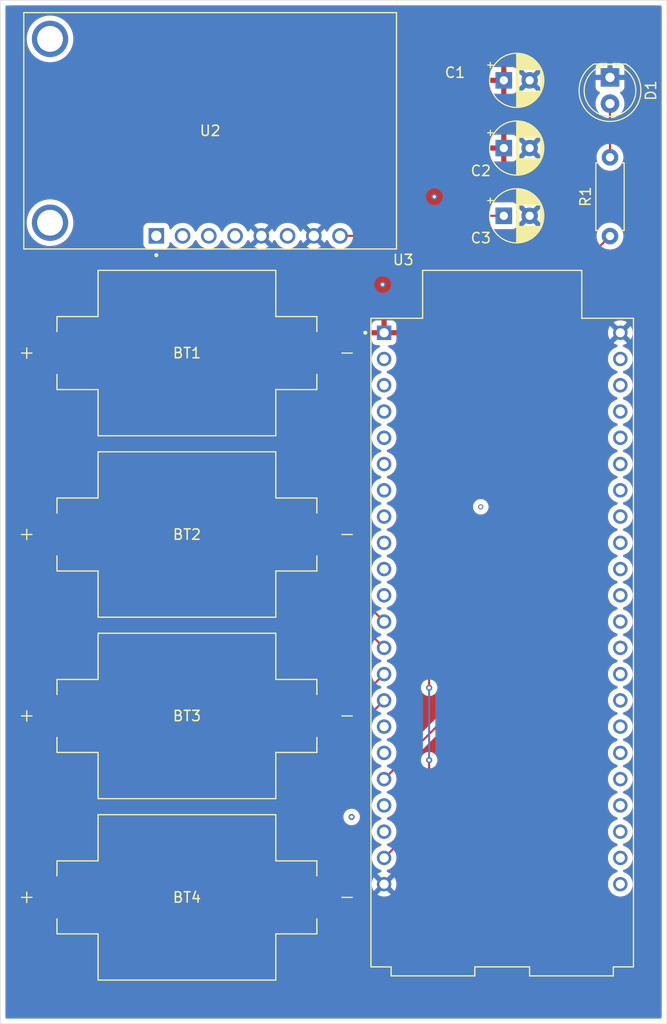
<source format=kicad_pcb>
(kicad_pcb (version 20240108) (generator "pcbnew") (generator_version "8.0")
  (layers (0 "F.Cu" signal) (31 "B.Cu" signal) (34 "B.Paste" user) (35 "F.Paste" user) (36 "B.SilkS" user "B.Silkscreen") (37 "F.SilkS" user "F.Silkscreen") (38 "B.Mask" user) (39 "F.Mask" user) (44 "Edge.Cuts" user))
  (net 0 "")
  (net 1 "/Button 1")
  (net 2 "/3v3")
  (net 3 "/Button 2")
  (net 4 "/Button 3")
  (net 5 "/Button 4")
  (net 6 "GND")
  (net 7 "Net-(U2-5V)")
  (net 8 "Net-(D1-A)")
  (net 9 "/LED")
  (footprint "footprint:BAT_504" (layer "F.Cu") (at 126.5635 105.227)
    (property "Reference" "BT3" (at 0 0 0) (layer "F.SilkS"))
    (property "Value" "504")
    (pad "N" smd rect (at 12.93 0) (size 2.82 3.51) (layers "F.Cu" "F.Paste" "F.Mask") (net 4 "/Button 3"))
    (pad "P" smd rect (at -12.93 0) (size 2.82 3.51) (layers "F.Cu" "F.Paste" "F.Mask") (net 2 "/3v3"))
  )
  (footprint "Capacitor_THT:CP_Radial_D5.0mm_P2.50mm" (layer "F.Cu") (at 157.224775 56.847)
    (property "Reference" "C3" (at -2.224775 2.153 0) (layer "F.SilkS"))
    (property "Value" "100nF")
    (pad "1" thru_hole rect (at 0 0) (size 1.6 1.6) (drill 0.8) (layers "*.Cu" "*.Mask") (net 7 "Net-(U2-5V)"))
    (pad "2" thru_hole circle (at 2.5 0) (size 1.6 1.6) (drill 0.8) (layers "*.Cu" "*.Mask") (net 6 "GND"))
  )
  (footprint "Capacitor_THT:CP_Radial_D5.0mm_P2.50mm" (layer "F.Cu") (at 157.224775 43.747)
    (property "Reference" "C1" (at -4.724775 -0.747 0) (layer "F.SilkS"))
    (property "Value" "100nF")
    (pad "1" thru_hole rect (at 0 0) (size 1.6 1.6) (drill 0.8) (layers "*.Cu" "*.Mask") (net 2 "/3v3"))
    (pad "2" thru_hole circle (at 2.5 0) (size 1.6 1.6) (drill 0.8) (layers "*.Cu" "*.Mask") (net 6 "GND"))
  )
  (footprint "Resistor_THT:R_Axial_DIN0207_L6.3mm_D2.5mm_P7.62mm_Horizontal" (layer "F.Cu") (at 167.5 58.81 90)
    (property "Reference" "R1" (at 3.81 -2.37 90) (layer "F.SilkS"))
    (property "Value" "470")
    (pad "1" thru_hole circle (at 0 0 90) (size 1.6 1.6) (drill 0.8) (layers "*.Cu" "*.Mask") (net 9 "/LED"))
    (pad "2" thru_hole oval (at 7.62 0 90) (size 1.6 1.6) (drill 0.8) (layers "*.Cu" "*.Mask") (net 8 "Net-(D1-A)"))
  )
  (footprint "footprint:BAT_504" (layer "F.Cu") (at 126.5635 87.677)
    (property "Reference" "BT2" (at 0 0 0) (layer "F.SilkS"))
    (property "Value" "504")
    (pad "N" smd rect (at 12.93 0) (size 2.82 3.51) (layers "F.Cu" "F.Paste" "F.Mask") (net 3 "/Button 2"))
    (pad "P" smd rect (at -12.93 0) (size 2.82 3.51) (layers "F.Cu" "F.Paste" "F.Mask") (net 2 "/3v3"))
  )
  (footprint "LED_THT:LED_D5.0mm" (layer "F.Cu") (at 167.5 43.46 -90)
    (property "Reference" "D1" (at 1.27 -3.96 90) (layer "F.SilkS"))
    (property "Value" "LED")
    (pad "1" thru_hole rect (at 0 0 270) (size 1.8 1.8) (drill 0.9) (layers "*.Cu" "*.Mask") (net 6 "GND"))
    (pad "2" thru_hole circle (at 2.54 0 270) (size 1.8 1.8) (drill 0.9) (layers "*.Cu" "*.Mask") (net 8 "Net-(D1-A)"))
  )
  (footprint "footprint:MODULE_ESP32-S3-DEVKITM-1-N8" (layer "F.Cu") (at 157.07 98.13)
    (property "Reference" "U3" (at -9.575 -37.015 0) (layer "F.SilkS"))
    (property "Value" "ESP32-S3-DEVKITM-1-N8")
    (pad "J1_1" thru_hole rect (at -11.43 -29.97) (size 1.397 1.397) (drill 0.889) (layers "*.Cu" "*.Mask") (net 2 "/3v3"))
    (pad "J1_2" thru_hole circle (at -11.43 -27.43) (size 1.397 1.397) (drill 0.889) (layers "*.Cu" "*.Mask"))
    (pad "J1_3" thru_hole circle (at -11.43 -24.89) (size 1.397 1.397) (drill 0.889) (layers "*.Cu" "*.Mask"))
    (pad "J1_4" thru_hole circle (at -11.43 -22.35) (size 1.397 1.397) (drill 0.889) (layers "*.Cu" "*.Mask"))
    (pad "J1_5" thru_hole circle (at -11.43 -19.81) (size 1.397 1.397) (drill 0.889) (layers "*.Cu" "*.Mask"))
    (pad "J1_6" thru_hole circle (at -11.43 -17.27) (size 1.397 1.397) (drill 0.889) (layers "*.Cu" "*.Mask"))
    (pad "J1_7" thru_hole circle (at -11.43 -14.73) (size 1.397 1.397) (drill 0.889) (layers "*.Cu" "*.Mask"))
    (pad "J1_8" thru_hole circle (at -11.43 -12.19) (size 1.397 1.397) (drill 0.889) (layers "*.Cu" "*.Mask"))
    (pad "J1_9" thru_hole circle (at -11.43 -9.65) (size 1.397 1.397) (drill 0.889) (layers "*.Cu" "*.Mask"))
    (pad "J1_10" thru_hole circle (at -11.43 -7.11) (size 1.397 1.397) (drill 0.889) (layers "*.Cu" "*.Mask"))
    (pad "J1_11" thru_hole circle (at -11.43 -4.57) (size 1.397 1.397) (drill 0.889) (layers "*.Cu" "*.Mask"))
    (pad "J1_12" thru_hole circle (at -11.43 -2.03) (size 1.397 1.397) (drill 0.889) (layers "*.Cu" "*.Mask") (net 1 "/Button 1"))
    (pad "J1_13" thru_hole circle (at -11.43 0.51) (size 1.397 1.397) (drill 0.889) (layers "*.Cu" "*.Mask") (net 3 "/Button 2"))
    (pad "J1_14" thru_hole circle (at -11.43 3.05) (size 1.397 1.397) (drill 0.889) (layers "*.Cu" "*.Mask") (net 4 "/Button 3"))
    (pad "J1_15" thru_hole circle (at -11.43 5.59) (size 1.397 1.397) (drill 0.889) (layers "*.Cu" "*.Mask") (net 5 "/Button 4"))
    (pad "J1_16" thru_hole circle (at -11.43 8.13) (size 1.397 1.397) (drill 0.889) (layers "*.Cu" "*.Mask"))
    (pad "J1_17" thru_hole circle (at -11.43 10.67) (size 1.397 1.397) (drill 0.889) (layers "*.Cu" "*.Mask"))
    (pad "J1_18" thru_hole circle (at -11.43 13.21) (size 1.397 1.397) (drill 0.889) (layers "*.Cu" "*.Mask") (net 9 "/LED"))
    (pad "J1_19" thru_hole circle (at -11.43 15.75) (size 1.397 1.397) (drill 0.889) (layers "*.Cu" "*.Mask"))
    (pad "J1_20" thru_hole circle (at -11.43 18.29) (size 1.397 1.397) (drill 0.889) (layers "*.Cu" "*.Mask"))
    (pad "J1_21" thru_hole circle (at -11.43 20.83) (size 1.397 1.397) (drill 0.889) (layers "*.Cu" "*.Mask") (net 7 "Net-(U2-5V)"))
    (pad "J1_22" thru_hole circle (at -11.43 23.37) (size 1.397 1.397) (drill 0.889) (layers "*.Cu" "*.Mask") (net 6 "GND"))
    (pad "J3_1" thru_hole circle (at 11.43 -29.97) (size 1.397 1.397) (drill 0.889) (layers "*.Cu" "*.Mask") (net 6 "GND"))
    (pad "J3_2" thru_hole circle (at 11.43 -27.43) (size 1.397 1.397) (drill 0.889) (layers "*.Cu" "*.Mask"))
    (pad "J3_3" thru_hole circle (at 11.43 -24.89) (size 1.397 1.397) (drill 0.889) (layers "*.Cu" "*.Mask"))
    (pad "J3_4" thru_hole circle (at 11.43 -22.35) (size 1.397 1.397) (drill 0.889) (layers "*.Cu" "*.Mask"))
    (pad "J3_5" thru_hole circle (at 11.43 -19.81) (size 1.397 1.397) (drill 0.889) (layers "*.Cu" "*.Mask"))
    (pad "J3_6" thru_hole circle (at 11.43 -17.27) (size 1.397 1.397) (drill 0.889) (layers "*.Cu" "*.Mask"))
    (pad "J3_7" thru_hole circle (at 11.43 -14.73) (size 1.397 1.397) (drill 0.889) (layers "*.Cu" "*.Mask"))
    (pad "J3_8" thru_hole circle (at 11.43 -12.19) (size 1.397 1.397) (drill 0.889) (layers "*.Cu" "*.Mask"))
    (pad "J3_9" thru_hole circle (at 11.43 -9.65) (size 1.397 1.397) (drill 0.889) (layers "*.Cu" "*.Mask"))
    (pad "J3_10" thru_hole circle (at 11.43 -7.11) (size 1.397 1.397) (drill 0.889) (layers "*.Cu" "*.Mask"))
    (pad "J3_11" thru_hole circle (at 11.43 -4.57) (size 1.397 1.397) (drill 0.889) (layers "*.Cu" "*.Mask"))
    (pad "J3_12" thru_hole circle (at 11.43 -2.03) (size 1.397 1.397) (drill 0.889) (layers "*.Cu" "*.Mask"))
    (pad "J3_13" thru_hole circle (at 11.43 0.51) (size 1.397 1.397) (drill 0.889) (layers "*.Cu" "*.Mask"))
    (pad "J3_14" thru_hole circle (at 11.43 3.05) (size 1.397 1.397) (drill 0.889) (layers "*.Cu" "*.Mask"))
    (pad "J3_15" thru_hole circle (at 11.43 5.59) (size 1.397 1.397) (drill 0.889) (layers "*.Cu" "*.Mask"))
    (pad "J3_16" thru_hole circle (at 11.43 8.13) (size 1.397 1.397) (drill 0.889) (layers "*.Cu" "*.Mask"))
    (pad "J3_17" thru_hole circle (at 11.43 10.67) (size 1.397 1.397) (drill 0.889) (layers "*.Cu" "*.Mask"))
    (pad "J3_18" thru_hole circle (at 11.43 13.21) (size 1.397 1.397) (drill 0.889) (layers "*.Cu" "*.Mask"))
    (pad "J3_19" thru_hole circle (at 11.43 15.75) (size 1.397 1.397) (drill 0.889) (layers "*.Cu" "*.Mask"))
    (pad "J3_20" thru_hole circle (at 11.43 18.29) (size 1.397 1.397) (drill 0.889) (layers "*.Cu" "*.Mask"))
    (pad "J3_21" thru_hole circle (at 11.43 20.83) (size 1.397 1.397) (drill 0.889) (layers "*.Cu" "*.Mask"))
    (pad "J3_22" thru_hole circle (at 11.43 23.37) (size 1.397 1.397) (drill 0.889) (layers "*.Cu" "*.Mask"))
  )
  (footprint "Capacitor_THT:CP_Radial_D5.0mm_P2.50mm" (layer "F.Cu") (at 157.224775 50.297)
    (property "Reference" "C2" (at -2.224775 2.203 0) (layer "F.SilkS"))
    (property "Value" "10uF")
    (pad "1" thru_hole rect (at 0 0) (size 1.6 1.6) (drill 0.8) (layers "*.Cu" "*.Mask") (net 2 "/3v3"))
    (pad "2" thru_hole circle (at 2.5 0) (size 1.6 1.6) (drill 0.8) (layers "*.Cu" "*.Mask") (net 6 "GND"))
  )
  (footprint "footprint:MODULE_2465" (layer "F.Cu") (at 128.809 48.627)
    (property "Reference" "U2" (at 0 0 0) (layer "F.SilkS"))
    (property "Value" "2465")
    (pad "1" thru_hole rect (at -5.207 10.16) (size 1.508 1.508) (drill 1) (layers "*.Cu" "*.Mask"))
    (pad "2" thru_hole circle (at -2.667 10.16) (size 1.508 1.508) (drill 1) (layers "*.Cu" "*.Mask"))
    (pad "3" thru_hole circle (at -0.127 10.16) (size 1.508 1.508) (drill 1) (layers "*.Cu" "*.Mask"))
    (pad "4" thru_hole circle (at 2.413 10.16) (size 1.508 1.508) (drill 1) (layers "*.Cu" "*.Mask"))
    (pad "5" thru_hole circle (at 4.953 10.16) (size 1.508 1.508) (drill 1) (layers "*.Cu" "*.Mask") (net 6 "GND"))
    (pad "6" thru_hole circle (at 7.493 10.16) (size 1.508 1.508) (drill 1) (layers "*.Cu" "*.Mask"))
    (pad "7" thru_hole circle (at 10.033 10.16) (size 1.508 1.508) (drill 1) (layers "*.Cu" "*.Mask") (net 6 "GND"))
    (pad "8" thru_hole circle (at 12.573 10.16) (size 1.508 1.508) (drill 1) (layers "*.Cu" "*.Mask") (net 7 "Net-(U2-5V)"))
    (pad "P1" thru_hole circle (at -15.494 8.89) (size 3.516 3.516) (drill 2.5) (layers "*.Cu" "*.Mask"))
    (pad "P2" thru_hole circle (at -15.494 -8.89) (size 3.516 3.516) (drill 2.5) (layers "*.Cu" "*.Mask"))
  )
  (footprint "footprint:BAT_504" (layer "F.Cu") (at 126.5635 122.777)
    (property "Reference" "BT4" (at 0 0 0) (layer "F.SilkS"))
    (property "Value" "504")
    (pad "N" smd rect (at 12.93 0) (size 2.82 3.51) (layers "F.Cu" "F.Paste" "F.Mask") (net 5 "/Button 4"))
    (pad "P" smd rect (at -12.93 0) (size 2.82 3.51) (layers "F.Cu" "F.Paste" "F.Mask") (net 2 "/3v3"))
  )
  (footprint "footprint:BAT_504" (layer "F.Cu") (at 126.5635 70.127)
    (property "Reference" "BT1" (at 0 0 0) (layer "F.SilkS"))
    (property "Value" "504")
    (pad "N" smd rect (at 12.93 0) (size 2.82 3.51) (layers "F.Cu" "F.Paste" "F.Mask") (net 1 "/Button 1"))
    (pad "P" smd rect (at -12.93 0) (size 2.82 3.51) (layers "F.Cu" "F.Paste" "F.Mask") (net 2 "/3v3"))
  )
  (gr_rect (start 108.5 36) (end 173 135) (stroke (width 0.05)) (fill none) (layer "Edge.Cuts"))
  (via (at 155 85) (size 0.5) (drill 0.3) (layers "F.Cu" "B.Cu") (net 0))
  (via (at 142.5 115) (size 0.6) (drill 0.3) (layers "F.Cu" "B.Cu") (net 0))
  (segment (start 144 94.46) (end 145.64 96.1) (width 0.2) (layer "F.Cu") (net 1))
  (segment (start 144 74.6335) (end 144 94.46) (width 0.2) (layer "F.Cu") (net 1))
  (segment (start 139.4935 70.127) (end 144 74.6335) (width 0.2) (layer "F.Cu") (net 1))
  (segment (start 113.6335 105.227) (end 113.6335 122.777) (width 0.2) (layer "F.Cu") (net 2))
  (via (at 150.5 55) (size 0.6) (drill 0.3) (layers "F.Cu" "B.Cu") (net 2))
  (via (at 145.5 63.5) (size 0.6) (drill 0.3) (layers "F.Cu" "B.Cu") (net 2))
  (segment (start 139.4935 92.4935) (end 145.64 98.64) (width 0.2) (layer "F.Cu") (net 3))
  (segment (start 139.4935 87.677) (end 139.4935 92.4935) (width 0.2) (layer "F.Cu") (net 3))
  (segment (start 141.593 105.227) (end 145.64 101.18) (width 0.2) (layer "F.Cu") (net 4))
  (segment (start 139.4935 105.227) (end 141.593 105.227) (width 0.2) (layer "F.Cu") (net 4))
  (segment (start 139.4935 109.8665) (end 145.64 103.72) (width 0.2) (layer "F.Cu") (net 5))
  (segment (start 139.4935 122.777) (end 139.4935 109.8665) (width 0.2) (layer "F.Cu") (net 5))
  (segment (start 151.5 59) (end 151.713 58.787) (width 0.2) (layer "F.Cu") (net 7))
  (segment (start 145.64 118.96) (end 150 114.6) (width 0.2) (layer "F.Cu") (net 7))
  (segment (start 150 102.5) (end 150 68) (width 0.2) (layer "F.Cu") (net 7))
  (segment (start 151.5 66.5) (end 151.5 59) (width 0.2) (layer "F.Cu") (net 7))
  (segment (start 153.653 56.847) (end 157.224775 56.847) (width 0.2) (layer "F.Cu") (net 7))
  (segment (start 150 114.6) (end 150 109.5) (width 0.2) (layer "F.Cu") (net 7))
  (segment (start 151.713 58.787) (end 153.653 56.847) (width 0.2) (layer "F.Cu") (net 7))
  (segment (start 141.382 58.787) (end 151.713 58.787) (width 0.2) (layer "F.Cu") (net 7))
  (segment (start 150 68) (end 151.5 66.5) (width 0.2) (layer "F.Cu") (net 7))
  (via (at 150 109.5) (size 0.6) (drill 0.3) (layers "F.Cu" "B.Cu") (net 7))
  (via (at 150 102.5) (size 0.6) (drill 0.3) (layers "F.Cu" "B.Cu") (net 7))
  (segment (start 150 109.5) (end 150 102.5) (width 0.2) (layer "B.Cu") (net 7))
  (segment (start 167.5 51.19) (end 167.5 46) (width 0.2) (layer "F.Cu") (net 8))
  (segment (start 157.81 68.5) (end 157.81 99.17) (width 0.2) (layer "F.Cu") (net 9))
  (segment (start 167.5 58.81) (end 157.81 68.5) (width 0.2) (layer "F.Cu") (net 9))
  (segment (start 157.81 99.17) (end 145.64 111.34) (width 0.2) (layer "F.Cu") (net 9))
  (zone (net 2) (net_name "/3v3") (layer "F.Cu") (connect_pads (clearance 0.5)) (min_thickness 0.25) (fill yes (thermal_gap 0.5) (thermal_bridge_width 0.5))
    (polygon (pts (xy 172 36.5) (xy 172 134) (xy 109.5 134) (xy 109.5 36.5) (xy 113.5 36.5)))
  )
  (zone (net 6) (net_name "GND") (layer "B.Cu") (priority 1) (connect_pads (clearance 0.5)) (min_thickness 0.25) (fill yes (thermal_gap 0.5) (thermal_bridge_width 0.5))
    (polygon (pts (xy 108.5 36) (xy 173 36) (xy 173 135) (xy 108.5 135)))
  )
)
</source>
